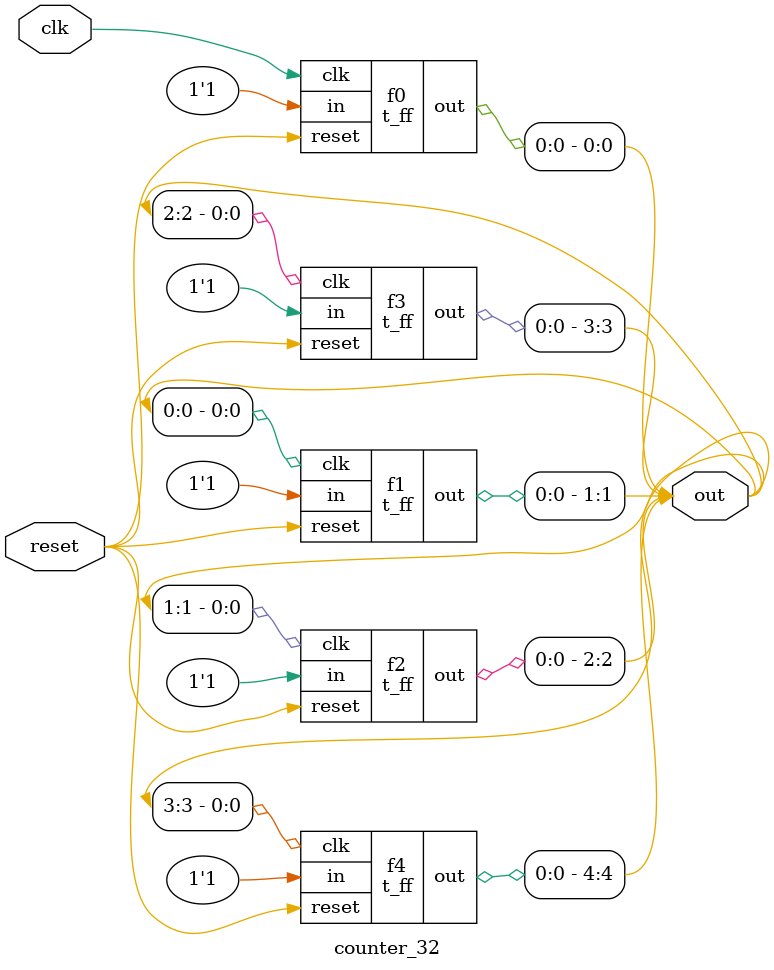
<source format=v>

module t_ff(output reg out,
            input in, clk, reset);

always @(posedge reset or negedge clk) begin
    if (reset)
    out <= 1'b0;
    else
    out <= in ? ~out : out;
end

endmodule


module counter_32(output [4:0]out,
                  input clk, reset);

t_ff f0(out[0], 1'b1, clk, reset);
t_ff f1(out[1], 1'b1, out[0], reset);
t_ff f2(out[2], 1'b1, out[1], reset);
t_ff f3(out[3], 1'b1, out[2], reset);
t_ff f4(out[4], 1'b1, out[3], reset);
endmodule
</source>
